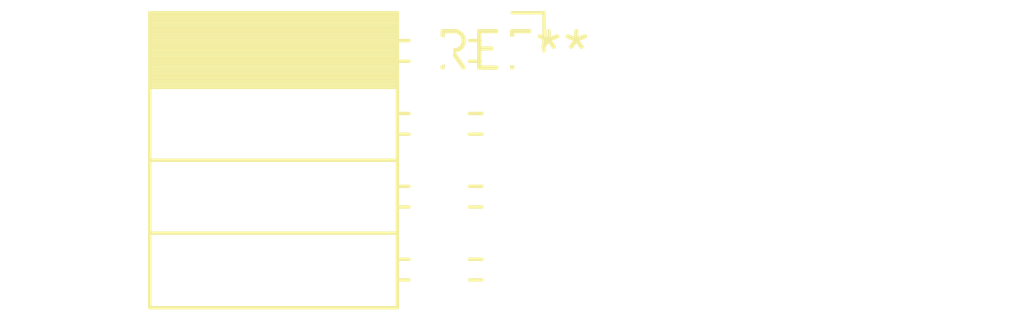
<source format=kicad_pcb>
(kicad_pcb (version 20240108) (generator pcbnew)
  (layers (0 "F.Cu" signal) (31 "B.Cu" signal) (34 "B.Paste" user) (35 "F.Paste" user) (36 "B.SilkS" user "B.Silkscreen") (37 "F.SilkS" user "F.Silkscreen") (38 "B.Mask" user) (39 "F.Mask" user) (44 "Edge.Cuts" user))
  (net 0 "")
  (footprint "PinSocket_2x04_P2.54mm_Horizontal" (layer "F.Cu") (at 0 0)
    (property "Reference" "REF**")
    (property "Value" "PinSocket_2x04_P2.54mm_Horizontal")
    (fp_line (start -12.63 -1.33) (end -12.63 8.95) (layer "F.SilkS") (stroke (width 0.12)))
    (fp_line (start -12.63 -1.33) (end -4 -1.33) (layer "F.SilkS") (stroke (width 0.12)))
    (fp_line (start -12.63 -1.21) (end -4 -1.21) (layer "F.SilkS") (stroke (width 0.12)))
    (fp_line (start -12.63 -1.091905) (end -4 -1.091905) (layer "F.SilkS") (stroke (width 0.12)))
    (fp_line (start -12.63 -0.97381) (end -4 -0.97381) (layer "F.SilkS") (stroke (width 0.12)))
    (fp_line (start -12.63 -0.855715) (end -4 -0.855715) (layer "F.SilkS") (stroke (width 0.12)))
    (fp_line (start -12.63 -0.73762) (end -4 -0.73762) (layer "F.SilkS") (stroke (width 0.12)))
    (fp_line (start -12.63 -0.619525) (end -4 -0.619525) (layer "F.SilkS") (stroke (width 0.12)))
    (fp_line (start -12.63 -0.50143) (end -4 -0.50143) (layer "F.SilkS") (stroke (width 0.12)))
    (fp_line (start -12.63 -0.383335) (end -4 -0.383335) (layer "F.SilkS") (stroke (width 0.12)))
    (fp_line (start -12.63 -0.26524) (end -4 -0.26524) (layer "F.SilkS") (stroke (width 0.12)))
    (fp_line (start -12.63 -0.147145) (end -4 -0.147145) (layer "F.SilkS") (stroke (width 0.12)))
    (fp_line (start -12.63 -0.02905) (end -4 -0.02905) (layer "F.SilkS") (stroke (width 0.12)))
    (fp_line (start -12.63 0.089045) (end -4 0.089045) (layer "F.SilkS") (stroke (width 0.12)))
    (fp_line (start -12.63 0.20714) (end -4 0.20714) (layer "F.SilkS") (stroke (width 0.12)))
    (fp_line (start -12.63 0.325235) (end -4 0.325235) (layer "F.SilkS") (stroke (width 0.12)))
    (fp_line (start -12.63 0.44333) (end -4 0.44333) (layer "F.SilkS") (stroke (width 0.12)))
    (fp_line (start -12.63 0.561425) (end -4 0.561425) (layer "F.SilkS") (stroke (width 0.12)))
    (fp_line (start -12.63 0.67952) (end -4 0.67952) (layer "F.SilkS") (stroke (width 0.12)))
    (fp_line (start -12.63 0.797615) (end -4 0.797615) (layer "F.SilkS") (stroke (width 0.12)))
    (fp_line (start -12.63 0.91571) (end -4 0.91571) (layer "F.SilkS") (stroke (width 0.12)))
    (fp_line (start -12.63 1.033805) (end -4 1.033805) (layer "F.SilkS") (stroke (width 0.12)))
    (fp_line (start -12.63 1.1519) (end -4 1.1519) (layer "F.SilkS") (stroke (width 0.12)))
    (fp_line (start -12.63 1.27) (end -4 1.27) (layer "F.SilkS") (stroke (width 0.12)))
    (fp_line (start -12.63 3.81) (end -4 3.81) (layer "F.SilkS") (stroke (width 0.12)))
    (fp_line (start -12.63 6.35) (end -4 6.35) (layer "F.SilkS") (stroke (width 0.12)))
    (fp_line (start -12.63 8.95) (end -4 8.95) (layer "F.SilkS") (stroke (width 0.12)))
    (fp_line (start -4 -1.33) (end -4 8.95) (layer "F.SilkS") (stroke (width 0.12)))
    (fp_line (start -4 -0.36) (end -3.59 -0.36) (layer "F.SilkS") (stroke (width 0.12)))
    (fp_line (start -4 0.36) (end -3.59 0.36) (layer "F.SilkS") (stroke (width 0.12)))
    (fp_line (start -4 2.18) (end -3.59 2.18) (layer "F.SilkS") (stroke (width 0.12)))
    (fp_line (start -4 2.9) (end -3.59 2.9) (layer "F.SilkS") (stroke (width 0.12)))
    (fp_line (start -4 4.72) (end -3.59 4.72) (layer "F.SilkS") (stroke (width 0.12)))
    (fp_line (start -4 5.44) (end -3.59 5.44) (layer "F.SilkS") (stroke (width 0.12)))
    (fp_line (start -4 7.26) (end -3.59 7.26) (layer "F.SilkS") (stroke (width 0.12)))
    (fp_line (start -4 7.98) (end -3.59 7.98) (layer "F.SilkS") (stroke (width 0.12)))
    (fp_line (start -1.49 -0.36) (end -1.11 -0.36) (layer "F.SilkS") (stroke (width 0.12)))
    (fp_line (start -1.49 0.36) (end -1.11 0.36) (layer "F.SilkS") (stroke (width 0.12)))
    (fp_line (start -1.49 2.18) (end -1.05 2.18) (layer "F.SilkS") (stroke (width 0.12)))
    (fp_line (start -1.49 2.9) (end -1.05 2.9) (layer "F.SilkS") (stroke (width 0.12)))
    (fp_line (start -1.49 4.72) (end -1.05 4.72) (layer "F.SilkS") (stroke (width 0.12)))
    (fp_line (start -1.49 5.44) (end -1.05 5.44) (layer "F.SilkS") (stroke (width 0.12)))
    (fp_line (start -1.49 7.26) (end -1.05 7.26) (layer "F.SilkS") (stroke (width 0.12)))
    (fp_line (start -1.49 7.98) (end -1.05 7.98) (layer "F.SilkS") (stroke (width 0.12)))
    (fp_line (start 0 -1.33) (end 1.11 -1.33) (layer "F.SilkS") (stroke (width 0.12)))
    (fp_line (start 1.11 -1.33) (end 1.11 0) (layer "F.SilkS") (stroke (width 0.12)))
    (pad "1" thru_hole rect (at 0 0) (size 1.7 1.7) (drill 1) (layers *.Cu *.Mask) (remove_unused_layers))
    (pad "2" thru_hole oval (at -2.54 0) (size 1.7 1.7) (drill 1) (layers *.Cu *.Mask) (remove_unused_layers))
    (pad "3" thru_hole oval (at 0 2.54) (size 1.7 1.7) (drill 1) (layers *.Cu *.Mask) (remove_unused_layers))
    (pad "4" thru_hole oval (at -2.54 2.54) (size 1.7 1.7) (drill 1) (layers *.Cu *.Mask) (remove_unused_layers))
    (pad "5" thru_hole oval (at 0 5.08) (size 1.7 1.7) (drill 1) (layers *.Cu *.Mask) (remove_unused_layers))
    (pad "6" thru_hole oval (at -2.54 5.08) (size 1.7 1.7) (drill 1) (layers *.Cu *.Mask) (remove_unused_layers))
    (pad "7" thru_hole oval (at 0 7.62) (size 1.7 1.7) (drill 1) (layers *.Cu *.Mask) (remove_unused_layers))
    (pad "8" thru_hole oval (at -2.54 7.62) (size 1.7 1.7) (drill 1) (layers *.Cu *.Mask) (remove_unused_layers))
  )
)
</source>
